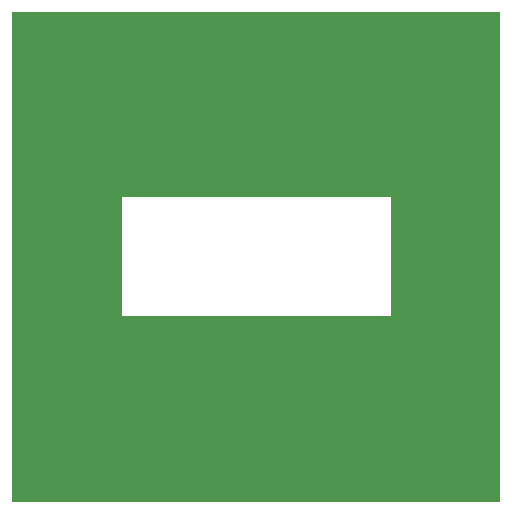
<source format=gbr>
G04 #@! TF.FileFunction,Copper,L2,Bot,Signal*
%FSLAX46Y46*%
G04 Gerber Fmt 4.6, Leading zero omitted, Abs format (unit mm)*
G04 Created by KiCad (PCBNEW 4.0.7+dfsg1-1ubuntu2) date Wed May 29 08:14:44 2019*
%MOMM*%
%LPD*%
G01*
G04 APERTURE LIST*
%ADD10C,0.100000*%
%ADD11C,7.000000*%
%ADD12C,0.600000*%
%ADD13C,0.025400*%
G04 APERTURE END LIST*
D10*
D11*
X169164000Y-101854000D03*
X169164000Y-70866000D03*
X138176000Y-70866000D03*
X138176000Y-101854000D03*
D12*
X158115000Y-101600000D03*
X158115000Y-100965000D03*
X158115000Y-100330000D03*
X158115000Y-99695000D03*
X158115000Y-99060000D03*
X158115000Y-98425000D03*
X158115000Y-97790000D03*
X158115000Y-97155000D03*
X158115000Y-96520000D03*
X158115000Y-95885000D03*
X158115000Y-95250000D03*
X158115000Y-94615000D03*
X157480000Y-102235000D03*
X156845000Y-102235000D03*
X156210000Y-102235000D03*
X155575000Y-102235000D03*
X154940000Y-102235000D03*
X154305000Y-102235000D03*
X153670000Y-102235000D03*
X153035000Y-102235000D03*
X152400000Y-102235000D03*
X151765000Y-102235000D03*
X151130000Y-102235000D03*
X150495000Y-102235000D03*
X149860000Y-102235000D03*
X149225000Y-101600000D03*
X149225000Y-100965000D03*
X149225000Y-100330000D03*
X149225000Y-99695000D03*
X149225000Y-99060000D03*
X149225000Y-98425000D03*
X149225000Y-97790000D03*
X149225000Y-97155000D03*
X149225000Y-96520000D03*
X149225000Y-95885000D03*
X149225000Y-95250000D03*
X149225000Y-94615000D03*
X140335000Y-91440000D03*
X140970000Y-91440000D03*
X141605000Y-91440000D03*
X140335000Y-90805000D03*
X140970000Y-90805000D03*
X141605000Y-90805000D03*
X140335000Y-90170000D03*
X140970000Y-90170000D03*
X141605000Y-90170000D03*
X140335000Y-89535000D03*
X140970000Y-89535000D03*
X141605000Y-89535000D03*
X140335000Y-88900000D03*
X140970000Y-88900000D03*
X141605000Y-88900000D03*
X140335000Y-88265000D03*
X140970000Y-88265000D03*
X141605000Y-88265000D03*
X140335000Y-87630000D03*
X140970000Y-87630000D03*
X141605000Y-87630000D03*
X140335000Y-86995000D03*
X140970000Y-86995000D03*
X141605000Y-86995000D03*
X140335000Y-86360000D03*
X140970000Y-86360000D03*
X141605000Y-86360000D03*
X140335000Y-85725000D03*
X140970000Y-85725000D03*
X141605000Y-85725000D03*
X140335000Y-85090000D03*
X140970000Y-85090000D03*
X141605000Y-85090000D03*
X140335000Y-84455000D03*
X140970000Y-84455000D03*
X141605000Y-84455000D03*
X140335000Y-83820000D03*
X140970000Y-83820000D03*
X141605000Y-83820000D03*
X140335000Y-83185000D03*
X140970000Y-83185000D03*
X141605000Y-83185000D03*
X140335000Y-82550000D03*
X140970000Y-82550000D03*
X141605000Y-82550000D03*
X140335000Y-81915000D03*
X140970000Y-81915000D03*
X141605000Y-81915000D03*
X140335000Y-81280000D03*
X140970000Y-81280000D03*
X141605000Y-81280000D03*
X140335000Y-80645000D03*
X140970000Y-80645000D03*
X140335000Y-80645000D03*
X140970000Y-80645000D03*
X140335000Y-80010000D03*
X140970000Y-79375000D03*
X141605000Y-79375000D03*
X142240000Y-79375000D03*
X142875000Y-79375000D03*
X143510000Y-79375000D03*
X144145000Y-79375000D03*
X144780000Y-79375000D03*
X145415000Y-79375000D03*
X146050000Y-79375000D03*
X146685000Y-79375000D03*
X147320000Y-79375000D03*
X147955000Y-79375000D03*
X148590000Y-79375000D03*
X149225000Y-79375000D03*
X149860000Y-79375000D03*
X150495000Y-79375000D03*
X151130000Y-79375000D03*
X151765000Y-79375000D03*
X152400000Y-79375000D03*
X153035000Y-79375000D03*
X153670000Y-79375000D03*
X154305000Y-79375000D03*
X154940000Y-79375000D03*
X155575000Y-79375000D03*
X156210000Y-79375000D03*
X156845000Y-79375000D03*
X157480000Y-79375000D03*
X158115000Y-79375000D03*
X158750000Y-79375000D03*
X159385000Y-79375000D03*
X160020000Y-79375000D03*
X160655000Y-79375000D03*
X161290000Y-79375000D03*
X161925000Y-79375000D03*
X162560000Y-79375000D03*
X163195000Y-79375000D03*
X163830000Y-79375000D03*
X164465000Y-79375000D03*
X165100000Y-79375000D03*
X165735000Y-79375000D03*
X141605000Y-80010000D03*
X142240000Y-80010000D03*
X142875000Y-80010000D03*
X143510000Y-80010000D03*
X144145000Y-80010000D03*
X144780000Y-80010000D03*
X145415000Y-80010000D03*
X146050000Y-80010000D03*
X146685000Y-80010000D03*
X147320000Y-80010000D03*
X147955000Y-80010000D03*
X148590000Y-80010000D03*
X149225000Y-80010000D03*
X149860000Y-80010000D03*
X150495000Y-80010000D03*
X151130000Y-80010000D03*
X151765000Y-80010000D03*
X152400000Y-80010000D03*
X153035000Y-80010000D03*
X153670000Y-80010000D03*
X154305000Y-80010000D03*
X154940000Y-80010000D03*
X155575000Y-80010000D03*
X156210000Y-80010000D03*
X156845000Y-80010000D03*
X157480000Y-80010000D03*
X158115000Y-80010000D03*
X158750000Y-80010000D03*
X159385000Y-80010000D03*
X160020000Y-80010000D03*
X160655000Y-80010000D03*
X161290000Y-80010000D03*
X161925000Y-80010000D03*
X162560000Y-80010000D03*
X163195000Y-80010000D03*
X163830000Y-80010000D03*
X164465000Y-80010000D03*
X165100000Y-80010000D03*
X165735000Y-80010000D03*
X142240000Y-80645000D03*
X142875000Y-80645000D03*
X143510000Y-80645000D03*
X144145000Y-80645000D03*
X144780000Y-80645000D03*
X145415000Y-80645000D03*
X146050000Y-80645000D03*
X146685000Y-80645000D03*
X147320000Y-80645000D03*
X147955000Y-80645000D03*
X148590000Y-80645000D03*
X149225000Y-80645000D03*
X149860000Y-80645000D03*
X150495000Y-80645000D03*
X151130000Y-80645000D03*
X151765000Y-80645000D03*
X152400000Y-80645000D03*
X153035000Y-80645000D03*
X153670000Y-80645000D03*
X154305000Y-80645000D03*
X154940000Y-80645000D03*
X155575000Y-80645000D03*
X156210000Y-80645000D03*
X156845000Y-80645000D03*
X157480000Y-80645000D03*
X158115000Y-80645000D03*
X158750000Y-80645000D03*
X159385000Y-80645000D03*
X160020000Y-80645000D03*
X160655000Y-80645000D03*
X161290000Y-80645000D03*
X161925000Y-80645000D03*
X162560000Y-80645000D03*
X163195000Y-80645000D03*
X163830000Y-80645000D03*
X164465000Y-80645000D03*
X165100000Y-80645000D03*
X167005000Y-80010000D03*
X166370000Y-79375000D03*
X167005000Y-80645000D03*
X166370000Y-80645000D03*
X167005000Y-81280000D03*
X166370000Y-81280000D03*
X165735000Y-81280000D03*
X167005000Y-81915000D03*
X166370000Y-81915000D03*
X165735000Y-81915000D03*
X167005000Y-82550000D03*
X166370000Y-82550000D03*
X165735000Y-82550000D03*
X167005000Y-83185000D03*
X166370000Y-83185000D03*
X165735000Y-83185000D03*
X167005000Y-83820000D03*
X166370000Y-83820000D03*
X165735000Y-83820000D03*
X167005000Y-84455000D03*
X166370000Y-84455000D03*
X165735000Y-84455000D03*
X167005000Y-85090000D03*
X166370000Y-85090000D03*
X165735000Y-85090000D03*
X167005000Y-85725000D03*
X166370000Y-85725000D03*
X165735000Y-85725000D03*
X167005000Y-86360000D03*
X166370000Y-86360000D03*
X165735000Y-86360000D03*
X167005000Y-86995000D03*
X166370000Y-86995000D03*
X165735000Y-86995000D03*
X167005000Y-87630000D03*
X166370000Y-87630000D03*
X165735000Y-87630000D03*
X167005000Y-88265000D03*
X166370000Y-88265000D03*
X165735000Y-88265000D03*
X167005000Y-88900000D03*
X166370000Y-88900000D03*
X165735000Y-88900000D03*
X167005000Y-89535000D03*
X166370000Y-89535000D03*
X165735000Y-89535000D03*
X167005000Y-90170000D03*
X166370000Y-90170000D03*
X165735000Y-90170000D03*
X167005000Y-90805000D03*
X166370000Y-90805000D03*
X165735000Y-90805000D03*
X167005000Y-91440000D03*
X166370000Y-91440000D03*
X165735000Y-91440000D03*
X167005000Y-92075000D03*
X166370000Y-92075000D03*
X149860000Y-93980000D03*
X150495000Y-93980000D03*
X151765000Y-93980000D03*
X157480000Y-93980000D03*
X156845000Y-93980000D03*
X154940000Y-93980000D03*
X167005000Y-92075000D03*
X166370000Y-92075000D03*
X165100000Y-92075000D03*
X164465000Y-92075000D03*
X163830000Y-92075000D03*
X163195000Y-92075000D03*
X162560000Y-92075000D03*
X161925000Y-92075000D03*
X161290000Y-92075000D03*
X160655000Y-92075000D03*
X160020000Y-92075000D03*
X159385000Y-92075000D03*
X158750000Y-92075000D03*
X158115000Y-92075000D03*
X157480000Y-92075000D03*
X156845000Y-92075000D03*
X156210000Y-92075000D03*
X155575000Y-92075000D03*
X167005000Y-92710000D03*
X165735000Y-92710000D03*
X165100000Y-92710000D03*
X164465000Y-92710000D03*
X163830000Y-92710000D03*
X163195000Y-92710000D03*
X162560000Y-92710000D03*
X161925000Y-92710000D03*
X161290000Y-92710000D03*
X160655000Y-92710000D03*
X160020000Y-92710000D03*
X159385000Y-92710000D03*
X158750000Y-92710000D03*
X158115000Y-92710000D03*
X157480000Y-92710000D03*
X156845000Y-92710000D03*
X156210000Y-92710000D03*
X154940000Y-92710000D03*
X166370000Y-93345000D03*
X165735000Y-93345000D03*
X165100000Y-93345000D03*
X164465000Y-93345000D03*
X163830000Y-93345000D03*
X163195000Y-93345000D03*
X162560000Y-93345000D03*
X161925000Y-93345000D03*
X161290000Y-93345000D03*
X160655000Y-93345000D03*
X160020000Y-93345000D03*
X159385000Y-93345000D03*
X158750000Y-93345000D03*
X158115000Y-93345000D03*
X157480000Y-93345000D03*
X156845000Y-93345000D03*
X154940000Y-93345000D03*
X140335000Y-92075000D03*
X140970000Y-92075000D03*
X142240000Y-92075000D03*
X142875000Y-92075000D03*
X143510000Y-92075000D03*
X144145000Y-92075000D03*
X144780000Y-92075000D03*
X145415000Y-92075000D03*
X146050000Y-92075000D03*
X146685000Y-92075000D03*
X147320000Y-92075000D03*
X147955000Y-92075000D03*
X148590000Y-92075000D03*
X149225000Y-92075000D03*
X149860000Y-92075000D03*
X150495000Y-92075000D03*
X151130000Y-92075000D03*
X151765000Y-92075000D03*
X140335000Y-92710000D03*
X141605000Y-92710000D03*
X142240000Y-92710000D03*
X142875000Y-92710000D03*
X143510000Y-92710000D03*
X144145000Y-92710000D03*
X144780000Y-92710000D03*
X145415000Y-92710000D03*
X146050000Y-92710000D03*
X146685000Y-92710000D03*
X147320000Y-92710000D03*
X147955000Y-92710000D03*
X148590000Y-92710000D03*
X149225000Y-92710000D03*
X149860000Y-92710000D03*
X150495000Y-92710000D03*
X151130000Y-92710000D03*
X152400000Y-92710000D03*
X140970000Y-93345000D03*
X141605000Y-93345000D03*
X142240000Y-93345000D03*
X142875000Y-93345000D03*
X143510000Y-93345000D03*
X144145000Y-93345000D03*
X144780000Y-93345000D03*
X145415000Y-93345000D03*
X146050000Y-93345000D03*
X146685000Y-93345000D03*
X147320000Y-93345000D03*
X147955000Y-93345000D03*
X148590000Y-93345000D03*
X149225000Y-93345000D03*
X149860000Y-93345000D03*
X150495000Y-93345000D03*
X151765000Y-93345000D03*
X152400000Y-93345000D03*
X152400000Y-93980000D03*
X154940000Y-101600000D03*
X154940000Y-100965000D03*
X154940000Y-100330000D03*
X152400000Y-100330000D03*
X152400000Y-100965000D03*
X152400000Y-101600000D03*
X154940000Y-95885000D03*
X154940000Y-95250000D03*
X152400000Y-95885000D03*
X152400000Y-95250000D03*
X158115000Y-102235000D03*
X149225000Y-102235000D03*
X140970000Y-80010000D03*
X140335000Y-79375000D03*
X141605000Y-80645000D03*
X167005000Y-79375000D03*
X166370000Y-80010000D03*
X165735000Y-80645000D03*
X149225000Y-93980000D03*
X151130000Y-93980000D03*
X158115000Y-93980000D03*
X156210000Y-93980000D03*
X155575000Y-93980000D03*
X154940000Y-94615000D03*
X165735000Y-92075000D03*
X154940000Y-92075000D03*
X166370000Y-92710000D03*
X155575000Y-92710000D03*
X167005000Y-93345000D03*
X156210000Y-93345000D03*
X155575000Y-93345000D03*
X141605000Y-92075000D03*
X152400000Y-92075000D03*
X140970000Y-92710000D03*
X151765000Y-92710000D03*
X140335000Y-93345000D03*
X151130000Y-93345000D03*
X152400000Y-94615000D03*
D13*
X174280760Y-65749240D02*
X133059240Y-65749240D01*
X174280760Y-65800040D02*
X133059240Y-65800040D01*
X174280760Y-65850840D02*
X133059240Y-65850840D01*
X174280760Y-65901640D02*
X133059240Y-65901640D01*
X174280760Y-65952440D02*
X133059240Y-65952440D01*
X174280760Y-66003240D02*
X133059240Y-66003240D01*
X174280760Y-66054040D02*
X133059240Y-66054040D01*
X174280760Y-66104840D02*
X133059240Y-66104840D01*
X174280760Y-66155640D02*
X133059240Y-66155640D01*
X174280760Y-66206440D02*
X133059240Y-66206440D01*
X174280760Y-66257240D02*
X133059240Y-66257240D01*
X174280760Y-66308040D02*
X133059240Y-66308040D01*
X174280760Y-66358840D02*
X133059240Y-66358840D01*
X174280760Y-66409640D02*
X133059240Y-66409640D01*
X174280760Y-66460440D02*
X133059240Y-66460440D01*
X174280760Y-66511240D02*
X133059240Y-66511240D01*
X174280760Y-66562040D02*
X133059240Y-66562040D01*
X174280760Y-66612840D02*
X133059240Y-66612840D01*
X174280760Y-66663640D02*
X133059240Y-66663640D01*
X174280760Y-66714440D02*
X133059240Y-66714440D01*
X174280760Y-66765240D02*
X133059240Y-66765240D01*
X174280760Y-66816040D02*
X133059240Y-66816040D01*
X174280760Y-66866840D02*
X133059240Y-66866840D01*
X174280760Y-66917640D02*
X133059240Y-66917640D01*
X174280760Y-66968440D02*
X133059240Y-66968440D01*
X174280760Y-67019240D02*
X133059240Y-67019240D01*
X174280760Y-67070040D02*
X133059240Y-67070040D01*
X174280760Y-67120840D02*
X133059240Y-67120840D01*
X174280760Y-67171640D02*
X133059240Y-67171640D01*
X174280760Y-67222440D02*
X133059240Y-67222440D01*
X174280760Y-67273240D02*
X133059240Y-67273240D01*
X174280760Y-67324040D02*
X133059240Y-67324040D01*
X174280760Y-67374840D02*
X133059240Y-67374840D01*
X174280760Y-67425640D02*
X133059240Y-67425640D01*
X174280760Y-67476440D02*
X133059240Y-67476440D01*
X174280760Y-67527240D02*
X133059240Y-67527240D01*
X174280760Y-67578040D02*
X133059240Y-67578040D01*
X174280760Y-67628840D02*
X133059240Y-67628840D01*
X174280760Y-67679640D02*
X133059240Y-67679640D01*
X174280760Y-67730440D02*
X133059240Y-67730440D01*
X174280760Y-67781240D02*
X133059240Y-67781240D01*
X174280760Y-67832040D02*
X133059240Y-67832040D01*
X174280760Y-67882840D02*
X133059240Y-67882840D01*
X174280760Y-67933640D02*
X133059240Y-67933640D01*
X174280760Y-67984440D02*
X133059240Y-67984440D01*
X174280760Y-68035240D02*
X133059240Y-68035240D01*
X174280760Y-68086040D02*
X133059240Y-68086040D01*
X174280760Y-68136840D02*
X133059240Y-68136840D01*
X174280760Y-68187640D02*
X133059240Y-68187640D01*
X174280760Y-68238440D02*
X133059240Y-68238440D01*
X174280760Y-68289240D02*
X133059240Y-68289240D01*
X174280760Y-68340040D02*
X133059240Y-68340040D01*
X174280760Y-68390840D02*
X133059240Y-68390840D01*
X174280760Y-68441640D02*
X133059240Y-68441640D01*
X174280760Y-68492440D02*
X133059240Y-68492440D01*
X174280760Y-68543240D02*
X133059240Y-68543240D01*
X174280760Y-68594040D02*
X133059240Y-68594040D01*
X174280760Y-68644840D02*
X133059240Y-68644840D01*
X174280760Y-68695640D02*
X133059240Y-68695640D01*
X174280760Y-68746440D02*
X133059240Y-68746440D01*
X174280760Y-68797240D02*
X133059240Y-68797240D01*
X174280760Y-68848040D02*
X133059240Y-68848040D01*
X174280760Y-68898840D02*
X133059240Y-68898840D01*
X174280760Y-68949640D02*
X133059240Y-68949640D01*
X174280760Y-69000440D02*
X133059240Y-69000440D01*
X174280760Y-69051240D02*
X133059240Y-69051240D01*
X174280760Y-69102040D02*
X133059240Y-69102040D01*
X174280760Y-69152840D02*
X133059240Y-69152840D01*
X174280760Y-69203640D02*
X133059240Y-69203640D01*
X174280760Y-69254440D02*
X133059240Y-69254440D01*
X174280760Y-69305240D02*
X133059240Y-69305240D01*
X174280760Y-69356040D02*
X133059240Y-69356040D01*
X174280760Y-69406840D02*
X133059240Y-69406840D01*
X174280760Y-69457640D02*
X133059240Y-69457640D01*
X174280760Y-69508440D02*
X133059240Y-69508440D01*
X174280760Y-69559240D02*
X133059240Y-69559240D01*
X174280760Y-69610040D02*
X133059240Y-69610040D01*
X174280760Y-69660840D02*
X133059240Y-69660840D01*
X174280760Y-69711640D02*
X133059240Y-69711640D01*
X174280760Y-69762440D02*
X133059240Y-69762440D01*
X174280760Y-69813240D02*
X133059240Y-69813240D01*
X174280760Y-69864040D02*
X133059240Y-69864040D01*
X174280760Y-69914840D02*
X133059240Y-69914840D01*
X174280760Y-69965640D02*
X133059240Y-69965640D01*
X174280760Y-70016440D02*
X133059240Y-70016440D01*
X174280760Y-70067240D02*
X133059240Y-70067240D01*
X174280760Y-70118040D02*
X133059240Y-70118040D01*
X174280760Y-70168840D02*
X133059240Y-70168840D01*
X174280760Y-70219640D02*
X133059240Y-70219640D01*
X174280760Y-70270440D02*
X133059240Y-70270440D01*
X174280760Y-70321240D02*
X133059240Y-70321240D01*
X174280760Y-70372040D02*
X133059240Y-70372040D01*
X174280760Y-70422840D02*
X133059240Y-70422840D01*
X174280760Y-70473640D02*
X133059240Y-70473640D01*
X174280760Y-70524440D02*
X133059240Y-70524440D01*
X174280760Y-70575240D02*
X133059240Y-70575240D01*
X174280760Y-70626040D02*
X133059240Y-70626040D01*
X174280760Y-70676840D02*
X133059240Y-70676840D01*
X174280760Y-70727640D02*
X133059240Y-70727640D01*
X174280760Y-70778440D02*
X133059240Y-70778440D01*
X174280760Y-70829240D02*
X133059240Y-70829240D01*
X174280760Y-70880040D02*
X133059240Y-70880040D01*
X174280760Y-70930840D02*
X133059240Y-70930840D01*
X174280760Y-70981640D02*
X133059240Y-70981640D01*
X174280760Y-71032440D02*
X133059240Y-71032440D01*
X174280760Y-71083240D02*
X133059240Y-71083240D01*
X174280760Y-71134040D02*
X133059240Y-71134040D01*
X174280760Y-71184840D02*
X133059240Y-71184840D01*
X174280760Y-71235640D02*
X133059240Y-71235640D01*
X174280760Y-71286440D02*
X133059240Y-71286440D01*
X174280760Y-71337240D02*
X133059240Y-71337240D01*
X174280760Y-71388040D02*
X133059240Y-71388040D01*
X174280760Y-71438840D02*
X133059240Y-71438840D01*
X174280760Y-71489640D02*
X133059240Y-71489640D01*
X174280760Y-71540440D02*
X133059240Y-71540440D01*
X174280760Y-71591240D02*
X133059240Y-71591240D01*
X174280760Y-71642040D02*
X133059240Y-71642040D01*
X174280760Y-71692840D02*
X133059240Y-71692840D01*
X174280760Y-71743640D02*
X133059240Y-71743640D01*
X174280760Y-71794440D02*
X133059240Y-71794440D01*
X174280760Y-71845240D02*
X133059240Y-71845240D01*
X174280760Y-71896040D02*
X133059240Y-71896040D01*
X174280760Y-71946840D02*
X133059240Y-71946840D01*
X174280760Y-71997640D02*
X133059240Y-71997640D01*
X174280760Y-72048440D02*
X133059240Y-72048440D01*
X174280760Y-72099240D02*
X133059240Y-72099240D01*
X174280760Y-72150040D02*
X133059240Y-72150040D01*
X174280760Y-72200840D02*
X133059240Y-72200840D01*
X174280760Y-72251640D02*
X133059240Y-72251640D01*
X174280760Y-72302440D02*
X133059240Y-72302440D01*
X174280760Y-72353240D02*
X133059240Y-72353240D01*
X174280760Y-72404040D02*
X133059240Y-72404040D01*
X174280760Y-72454840D02*
X133059240Y-72454840D01*
X174280760Y-72505640D02*
X133059240Y-72505640D01*
X174280760Y-72556440D02*
X133059240Y-72556440D01*
X174280760Y-72607240D02*
X133059240Y-72607240D01*
X174280760Y-72658040D02*
X133059240Y-72658040D01*
X174280760Y-72708840D02*
X133059240Y-72708840D01*
X174280760Y-72759640D02*
X133059240Y-72759640D01*
X174280760Y-72810440D02*
X133059240Y-72810440D01*
X174280760Y-72861240D02*
X133059240Y-72861240D01*
X174280760Y-72912040D02*
X133059240Y-72912040D01*
X174280760Y-72962840D02*
X133059240Y-72962840D01*
X174280760Y-73013640D02*
X133059240Y-73013640D01*
X174280760Y-73064440D02*
X133059240Y-73064440D01*
X174280760Y-73115240D02*
X133059240Y-73115240D01*
X174280760Y-73166040D02*
X133059240Y-73166040D01*
X174280760Y-73216840D02*
X133059240Y-73216840D01*
X174280760Y-73267640D02*
X133059240Y-73267640D01*
X174280760Y-73318440D02*
X133059240Y-73318440D01*
X174280760Y-73369240D02*
X133059240Y-73369240D01*
X174280760Y-73420040D02*
X133059240Y-73420040D01*
X174280760Y-73470840D02*
X133059240Y-73470840D01*
X174280760Y-73521640D02*
X133059240Y-73521640D01*
X174280760Y-73572440D02*
X133059240Y-73572440D01*
X174280760Y-73623240D02*
X133059240Y-73623240D01*
X174280760Y-73674040D02*
X133059240Y-73674040D01*
X174280760Y-73724840D02*
X133059240Y-73724840D01*
X174280760Y-73775640D02*
X133059240Y-73775640D01*
X174280760Y-73826440D02*
X133059240Y-73826440D01*
X174280760Y-73877240D02*
X133059240Y-73877240D01*
X174280760Y-73928040D02*
X133059240Y-73928040D01*
X174280760Y-73978840D02*
X133059240Y-73978840D01*
X174280760Y-74029640D02*
X133059240Y-74029640D01*
X174280760Y-74080440D02*
X133059240Y-74080440D01*
X174280760Y-74131240D02*
X133059240Y-74131240D01*
X174280760Y-74182040D02*
X133059240Y-74182040D01*
X174280760Y-74232840D02*
X133059240Y-74232840D01*
X174280760Y-74283640D02*
X133059240Y-74283640D01*
X174280760Y-74334440D02*
X133059240Y-74334440D01*
X174280760Y-74385240D02*
X133059240Y-74385240D01*
X174280760Y-74436040D02*
X133059240Y-74436040D01*
X174280760Y-74486840D02*
X133059240Y-74486840D01*
X174280760Y-74537640D02*
X133059240Y-74537640D01*
X174280760Y-74588440D02*
X133059240Y-74588440D01*
X174280760Y-74639240D02*
X133059240Y-74639240D01*
X174280760Y-74690040D02*
X133059240Y-74690040D01*
X174280760Y-74740840D02*
X133059240Y-74740840D01*
X174280760Y-74791640D02*
X133059240Y-74791640D01*
X174280760Y-74842440D02*
X133059240Y-74842440D01*
X174280760Y-74893240D02*
X133059240Y-74893240D01*
X174280760Y-74944040D02*
X133059240Y-74944040D01*
X174280760Y-74994840D02*
X133059240Y-74994840D01*
X174280760Y-75045640D02*
X133059240Y-75045640D01*
X174280760Y-75096440D02*
X133059240Y-75096440D01*
X174280760Y-75147240D02*
X133059240Y-75147240D01*
X174280760Y-75198040D02*
X133059240Y-75198040D01*
X174280760Y-75248840D02*
X133059240Y-75248840D01*
X174280760Y-75299640D02*
X133059240Y-75299640D01*
X174280760Y-75350440D02*
X133059240Y-75350440D01*
X174280760Y-75401240D02*
X133059240Y-75401240D01*
X174280760Y-75452040D02*
X133059240Y-75452040D01*
X174280760Y-75502840D02*
X133059240Y-75502840D01*
X174280760Y-75553640D02*
X133059240Y-75553640D01*
X174280760Y-75604440D02*
X133059240Y-75604440D01*
X174280760Y-75655240D02*
X133059240Y-75655240D01*
X174280760Y-75706040D02*
X133059240Y-75706040D01*
X174280760Y-75756840D02*
X133059240Y-75756840D01*
X174280760Y-75807640D02*
X133059240Y-75807640D01*
X174280760Y-75858440D02*
X133059240Y-75858440D01*
X174280760Y-75909240D02*
X133059240Y-75909240D01*
X174280760Y-75960040D02*
X133059240Y-75960040D01*
X174280760Y-76010840D02*
X133059240Y-76010840D01*
X174280760Y-76061640D02*
X133059240Y-76061640D01*
X174280760Y-76112440D02*
X133059240Y-76112440D01*
X174280760Y-76163240D02*
X133059240Y-76163240D01*
X174280760Y-76214040D02*
X133059240Y-76214040D01*
X174280760Y-76264840D02*
X133059240Y-76264840D01*
X174280760Y-76315640D02*
X133059240Y-76315640D01*
X174280760Y-76366440D02*
X133059240Y-76366440D01*
X174280760Y-76417240D02*
X133059240Y-76417240D01*
X174280760Y-76468040D02*
X133059240Y-76468040D01*
X174280760Y-76518840D02*
X133059240Y-76518840D01*
X174280760Y-76569640D02*
X133059240Y-76569640D01*
X174280760Y-76620440D02*
X133059240Y-76620440D01*
X174280760Y-76671240D02*
X133059240Y-76671240D01*
X174280760Y-76722040D02*
X133059240Y-76722040D01*
X174280760Y-76772840D02*
X133059240Y-76772840D01*
X174280760Y-76823640D02*
X133059240Y-76823640D01*
X174280760Y-76874440D02*
X133059240Y-76874440D01*
X174280760Y-76925240D02*
X133059240Y-76925240D01*
X174280760Y-76976040D02*
X133059240Y-76976040D01*
X174280760Y-77026840D02*
X133059240Y-77026840D01*
X174280760Y-77077640D02*
X133059240Y-77077640D01*
X174280760Y-77128440D02*
X133059240Y-77128440D01*
X174280760Y-77179240D02*
X133059240Y-77179240D01*
X174280760Y-77230040D02*
X133059240Y-77230040D01*
X174280760Y-77280840D02*
X133059240Y-77280840D01*
X174280760Y-77331640D02*
X133059240Y-77331640D01*
X174280760Y-77382440D02*
X133059240Y-77382440D01*
X174280760Y-77433240D02*
X133059240Y-77433240D01*
X174280760Y-77484040D02*
X133059240Y-77484040D01*
X174280760Y-77534840D02*
X133059240Y-77534840D01*
X174280760Y-77585640D02*
X133059240Y-77585640D01*
X174280760Y-77636440D02*
X133059240Y-77636440D01*
X174280760Y-77687240D02*
X133059240Y-77687240D01*
X174280760Y-77738040D02*
X133059240Y-77738040D01*
X174280760Y-77788840D02*
X133059240Y-77788840D01*
X174280760Y-77839640D02*
X133059240Y-77839640D01*
X174280760Y-77890440D02*
X133059240Y-77890440D01*
X174280760Y-77941240D02*
X133059240Y-77941240D01*
X174280760Y-77992040D02*
X133059240Y-77992040D01*
X174280760Y-78042840D02*
X133059240Y-78042840D01*
X174280760Y-78093640D02*
X133059240Y-78093640D01*
X174280760Y-78144440D02*
X133059240Y-78144440D01*
X174280760Y-78195240D02*
X133059240Y-78195240D01*
X174280760Y-78246040D02*
X133059240Y-78246040D01*
X174280760Y-78296840D02*
X133059240Y-78296840D01*
X174280760Y-78347640D02*
X133059240Y-78347640D01*
X174280760Y-78398440D02*
X133059240Y-78398440D01*
X174280760Y-78449240D02*
X133059240Y-78449240D01*
X174280760Y-78500040D02*
X133059240Y-78500040D01*
X174280760Y-78550840D02*
X133059240Y-78550840D01*
X174280760Y-78601640D02*
X133059240Y-78601640D01*
X174280760Y-78652440D02*
X133059240Y-78652440D01*
X174280760Y-78703240D02*
X133059240Y-78703240D01*
X174280760Y-78754040D02*
X133059240Y-78754040D01*
X174280760Y-78804840D02*
X133059240Y-78804840D01*
X174280760Y-78855640D02*
X133059240Y-78855640D01*
X174280760Y-78906440D02*
X133059240Y-78906440D01*
X174280760Y-78957240D02*
X133059240Y-78957240D01*
X174280760Y-79008040D02*
X133059240Y-79008040D01*
X174280760Y-79058840D02*
X133059240Y-79058840D01*
X174280760Y-79109640D02*
X133059240Y-79109640D01*
X174280760Y-79160440D02*
X133059240Y-79160440D01*
X174280760Y-79211240D02*
X133059240Y-79211240D01*
X174280760Y-79262040D02*
X133059240Y-79262040D01*
X174280760Y-79312840D02*
X133059240Y-79312840D01*
X174280760Y-79363640D02*
X133059240Y-79363640D01*
X174280760Y-79414440D02*
X133059240Y-79414440D01*
X174280760Y-79465240D02*
X133059240Y-79465240D01*
X174280760Y-79516040D02*
X133059240Y-79516040D01*
X174280760Y-79566840D02*
X133059240Y-79566840D01*
X174280760Y-79617640D02*
X133059240Y-79617640D01*
X174280760Y-79668440D02*
X133059240Y-79668440D01*
X174280760Y-79719240D02*
X133059240Y-79719240D01*
X174280760Y-79770040D02*
X133059240Y-79770040D01*
X174280760Y-79820840D02*
X133059240Y-79820840D01*
X174280760Y-79871640D02*
X133059240Y-79871640D01*
X174280760Y-79922440D02*
X133059240Y-79922440D01*
X174280760Y-79973240D02*
X133059240Y-79973240D01*
X174280760Y-80024040D02*
X133059240Y-80024040D01*
X174280760Y-80074840D02*
X133059240Y-80074840D01*
X174280760Y-80125640D02*
X133059240Y-80125640D01*
X174280760Y-80176440D02*
X133059240Y-80176440D01*
X174280760Y-80227240D02*
X133059240Y-80227240D01*
X174280760Y-80278040D02*
X133059240Y-80278040D01*
X174280760Y-80328840D02*
X133059240Y-80328840D01*
X174280760Y-80379640D02*
X133059240Y-80379640D01*
X174280760Y-80430440D02*
X133059240Y-80430440D01*
X174280760Y-80481240D02*
X133059240Y-80481240D01*
X174280760Y-80532040D02*
X133059240Y-80532040D01*
X174280760Y-80582840D02*
X133059240Y-80582840D01*
X174280760Y-80633640D02*
X133059240Y-80633640D01*
X174280760Y-80684440D02*
X133059240Y-80684440D01*
X174280760Y-80735240D02*
X133059240Y-80735240D01*
X174280760Y-80786040D02*
X133059240Y-80786040D01*
X174280760Y-80836840D02*
X133059240Y-80836840D01*
X174280760Y-80887640D02*
X133059240Y-80887640D01*
X174280760Y-80938440D02*
X133059240Y-80938440D01*
X174280760Y-80989240D02*
X133059240Y-80989240D01*
X174280760Y-81040040D02*
X133059240Y-81040040D01*
X174280760Y-81090840D02*
X133059240Y-81090840D01*
X174280760Y-81141640D02*
X133059240Y-81141640D01*
X174280760Y-81192440D02*
X133059240Y-81192440D01*
X174280760Y-81243240D02*
X133059240Y-81243240D01*
X142227300Y-81294040D02*
X133059240Y-81294040D01*
X174280760Y-81294040D02*
X165112700Y-81294040D01*
X142227300Y-81344840D02*
X133059240Y-81344840D01*
X174280760Y-81344840D02*
X165112700Y-81344840D01*
X142227300Y-81395640D02*
X133059240Y-81395640D01*
X174280760Y-81395640D02*
X165112700Y-81395640D01*
X142227300Y-81446440D02*
X133059240Y-81446440D01*
X174280760Y-81446440D02*
X165112700Y-81446440D01*
X142227300Y-81497240D02*
X133059240Y-81497240D01*
X174280760Y-81497240D02*
X165112700Y-81497240D01*
X142227300Y-81548040D02*
X133059240Y-81548040D01*
X174280760Y-81548040D02*
X165112700Y-81548040D01*
X142227300Y-81598840D02*
X133059240Y-81598840D01*
X174280760Y-81598840D02*
X165112700Y-81598840D01*
X142227300Y-81649640D02*
X133059240Y-81649640D01*
X174280760Y-81649640D02*
X165112700Y-81649640D01*
X142227300Y-81700440D02*
X133059240Y-81700440D01*
X174280760Y-81700440D02*
X165112700Y-81700440D01*
X142227300Y-81751240D02*
X133059240Y-81751240D01*
X174280760Y-81751240D02*
X165112700Y-81751240D01*
X142227300Y-81802040D02*
X133059240Y-81802040D01*
X174280760Y-81802040D02*
X165112700Y-81802040D01*
X142227300Y-81852840D02*
X133059240Y-81852840D01*
X174280760Y-81852840D02*
X165112700Y-81852840D01*
X142227300Y-81903640D02*
X133059240Y-81903640D01*
X174280760Y-81903640D02*
X165112700Y-81903640D01*
X142227300Y-81954440D02*
X133059240Y-81954440D01*
X174280760Y-81954440D02*
X165112700Y-81954440D01*
X142227300Y-82005240D02*
X133059240Y-82005240D01*
X174280760Y-82005240D02*
X165112700Y-82005240D01*
X142227300Y-82056040D02*
X133059240Y-82056040D01*
X174280760Y-82056040D02*
X165112700Y-82056040D01*
X142227300Y-82106840D02*
X133059240Y-82106840D01*
X174280760Y-82106840D02*
X165112700Y-82106840D01*
X142227300Y-82157640D02*
X133059240Y-82157640D01*
X174280760Y-82157640D02*
X165112700Y-82157640D01*
X142227300Y-82208440D02*
X133059240Y-82208440D01*
X174280760Y-82208440D02*
X165112700Y-82208440D01*
X142227300Y-82259240D02*
X133059240Y-82259240D01*
X174280760Y-82259240D02*
X165112700Y-82259240D01*
X142227300Y-82310040D02*
X133059240Y-82310040D01*
X174280760Y-82310040D02*
X165112700Y-82310040D01*
X142227300Y-82360840D02*
X133059240Y-82360840D01*
X174280760Y-82360840D02*
X165112700Y-82360840D01*
X142227300Y-82411640D02*
X133059240Y-82411640D01*
X174280760Y-82411640D02*
X165112700Y-82411640D01*
X142227300Y-82462440D02*
X133059240Y-82462440D01*
X174280760Y-82462440D02*
X165112700Y-82462440D01*
X142227300Y-82513240D02*
X133059240Y-82513240D01*
X174280760Y-82513240D02*
X165112700Y-82513240D01*
X142227300Y-82564040D02*
X133059240Y-82564040D01*
X174280760Y-82564040D02*
X165112700Y-82564040D01*
X142227300Y-82614840D02*
X133059240Y-82614840D01*
X174280760Y-82614840D02*
X165112700Y-82614840D01*
X142227300Y-82665640D02*
X133059240Y-82665640D01*
X174280760Y-82665640D02*
X165112700Y-82665640D01*
X142227300Y-82716440D02*
X133059240Y-82716440D01*
X174280760Y-82716440D02*
X165112700Y-82716440D01*
X142227300Y-82767240D02*
X133059240Y-82767240D01*
X174280760Y-82767240D02*
X165112700Y-82767240D01*
X142227300Y-82818040D02*
X133059240Y-82818040D01*
X174280760Y-82818040D02*
X165112700Y-82818040D01*
X142227300Y-82868840D02*
X133059240Y-82868840D01*
X174280760Y-82868840D02*
X165112700Y-82868840D01*
X142227300Y-82919640D02*
X133059240Y-82919640D01*
X174280760Y-82919640D02*
X165112700Y-82919640D01*
X142227300Y-82970440D02*
X133059240Y-82970440D01*
X174280760Y-82970440D02*
X165112700Y-82970440D01*
X142227300Y-83021240D02*
X133059240Y-83021240D01*
X174280760Y-83021240D02*
X165112700Y-83021240D01*
X142227300Y-83072040D02*
X133059240Y-83072040D01*
X174280760Y-83072040D02*
X165112700Y-83072040D01*
X142227300Y-83122840D02*
X133059240Y-83122840D01*
X174280760Y-83122840D02*
X165112700Y-83122840D01*
X142227300Y-83173640D02*
X133059240Y-83173640D01*
X174280760Y-83173640D02*
X165112700Y-83173640D01*
X142227300Y-83224440D02*
X133059240Y-83224440D01*
X174280760Y-83224440D02*
X165112700Y-83224440D01*
X142227300Y-83275240D02*
X133059240Y-83275240D01*
X174280760Y-83275240D02*
X165112700Y-83275240D01*
X142227300Y-83326040D02*
X133059240Y-83326040D01*
X174280760Y-83326040D02*
X165112700Y-83326040D01*
X142227300Y-83376840D02*
X133059240Y-83376840D01*
X174280760Y-83376840D02*
X165112700Y-83376840D01*
X142227300Y-83427640D02*
X133059240Y-83427640D01*
X174280760Y-83427640D02*
X165112700Y-83427640D01*
X142227300Y-83478440D02*
X133059240Y-83478440D01*
X174280760Y-83478440D02*
X165112700Y-83478440D01*
X142227300Y-83529240D02*
X133059240Y-83529240D01*
X174280760Y-83529240D02*
X165112700Y-83529240D01*
X142227300Y-83580040D02*
X133059240Y-83580040D01*
X174280760Y-83580040D02*
X165112700Y-83580040D01*
X142227300Y-83630840D02*
X133059240Y-83630840D01*
X174280760Y-83630840D02*
X165112700Y-83630840D01*
X142227300Y-83681640D02*
X133059240Y-83681640D01*
X174280760Y-83681640D02*
X165112700Y-83681640D01*
X142227300Y-83732440D02*
X133059240Y-83732440D01*
X174280760Y-83732440D02*
X165112700Y-83732440D01*
X142227300Y-83783240D02*
X133059240Y-83783240D01*
X174280760Y-83783240D02*
X165112700Y-83783240D01*
X142227300Y-83834040D02*
X133059240Y-83834040D01*
X174280760Y-83834040D02*
X165112700Y-83834040D01*
X142227300Y-83884840D02*
X133059240Y-83884840D01*
X174280760Y-83884840D02*
X165112700Y-83884840D01*
X142227300Y-83935640D02*
X133059240Y-83935640D01*
X174280760Y-83935640D02*
X165112700Y-83935640D01*
X142227300Y-83986440D02*
X133059240Y-83986440D01*
X174280760Y-83986440D02*
X165112700Y-83986440D01*
X142227300Y-84037240D02*
X133059240Y-84037240D01*
X174280760Y-84037240D02*
X165112700Y-84037240D01*
X142227300Y-84088040D02*
X133059240Y-84088040D01*
X174280760Y-84088040D02*
X165112700Y-84088040D01*
X142227300Y-84138840D02*
X133059240Y-84138840D01*
X174280760Y-84138840D02*
X165112700Y-84138840D01*
X142227300Y-84189640D02*
X133059240Y-84189640D01*
X174280760Y-84189640D02*
X165112700Y-84189640D01*
X142227300Y-84240440D02*
X133059240Y-84240440D01*
X174280760Y-84240440D02*
X165112700Y-84240440D01*
X142227300Y-84291240D02*
X133059240Y-84291240D01*
X174280760Y-84291240D02*
X165112700Y-84291240D01*
X142227300Y-84342040D02*
X133059240Y-84342040D01*
X174280760Y-84342040D02*
X165112700Y-84342040D01*
X142227300Y-84392840D02*
X133059240Y-84392840D01*
X174280760Y-84392840D02*
X165112700Y-84392840D01*
X142227300Y-84443640D02*
X133059240Y-84443640D01*
X174280760Y-84443640D02*
X165112700Y-84443640D01*
X142227300Y-84494440D02*
X133059240Y-84494440D01*
X174280760Y-84494440D02*
X165112700Y-84494440D01*
X142227300Y-84545240D02*
X133059240Y-84545240D01*
X174280760Y-84545240D02*
X165112700Y-84545240D01*
X142227300Y-84596040D02*
X133059240Y-84596040D01*
X174280760Y-84596040D02*
X165112700Y-84596040D01*
X142227300Y-84646840D02*
X133059240Y-84646840D01*
X174280760Y-84646840D02*
X165112700Y-84646840D01*
X142227300Y-84697640D02*
X133059240Y-84697640D01*
X174280760Y-84697640D02*
X165112700Y-84697640D01*
X142227300Y-84748440D02*
X133059240Y-84748440D01*
X174280760Y-84748440D02*
X165112700Y-84748440D01*
X142227300Y-84799240D02*
X133059240Y-84799240D01*
X174280760Y-84799240D02*
X165112700Y-84799240D01*
X142227300Y-84850040D02*
X133059240Y-84850040D01*
X174280760Y-84850040D02*
X165112700Y-84850040D01*
X142227300Y-84900840D02*
X133059240Y-84900840D01*
X174280760Y-84900840D02*
X165112700Y-84900840D01*
X142227300Y-84951640D02*
X133059240Y-84951640D01*
X174280760Y-84951640D02*
X165112700Y-84951640D01*
X142227300Y-85002440D02*
X133059240Y-85002440D01*
X174280760Y-85002440D02*
X165112700Y-85002440D01*
X142227300Y-85053240D02*
X133059240Y-85053240D01*
X174280760Y-85053240D02*
X165112700Y-85053240D01*
X142227300Y-85104040D02*
X133059240Y-85104040D01*
X174280760Y-85104040D02*
X165112700Y-85104040D01*
X142227300Y-85154840D02*
X133059240Y-85154840D01*
X174280760Y-85154840D02*
X165112700Y-85154840D01*
X142227300Y-85205640D02*
X133059240Y-85205640D01*
X174280760Y-85205640D02*
X165112700Y-85205640D01*
X142227300Y-85256440D02*
X133059240Y-85256440D01*
X174280760Y-85256440D02*
X165112700Y-85256440D01*
X142227300Y-85307240D02*
X133059240Y-85307240D01*
X174280760Y-85307240D02*
X165112700Y-85307240D01*
X142227300Y-85358040D02*
X133059240Y-85358040D01*
X174280760Y-85358040D02*
X165112700Y-85358040D01*
X142227300Y-85408840D02*
X133059240Y-85408840D01*
X174280760Y-85408840D02*
X165112700Y-85408840D01*
X142227300Y-85459640D02*
X133059240Y-85459640D01*
X174280760Y-85459640D02*
X165112700Y-85459640D01*
X142227300Y-85510440D02*
X133059240Y-85510440D01*
X174280760Y-85510440D02*
X165112700Y-85510440D01*
X142227300Y-85561240D02*
X133059240Y-85561240D01*
X174280760Y-85561240D02*
X165112700Y-85561240D01*
X142227300Y-85612040D02*
X133059240Y-85612040D01*
X174280760Y-85612040D02*
X165112700Y-85612040D01*
X142227300Y-85662840D02*
X133059240Y-85662840D01*
X174280760Y-85662840D02*
X165112700Y-85662840D01*
X142227300Y-85713640D02*
X133059240Y-85713640D01*
X174280760Y-85713640D02*
X165112700Y-85713640D01*
X142227300Y-85764440D02*
X133059240Y-85764440D01*
X174280760Y-85764440D02*
X165112700Y-85764440D01*
X142227300Y-85815240D02*
X133059240Y-85815240D01*
X174280760Y-85815240D02*
X165112700Y-85815240D01*
X142227300Y-85866040D02*
X133059240Y-85866040D01*
X174280760Y-85866040D02*
X165112700Y-85866040D01*
X142227300Y-85916840D02*
X133059240Y-85916840D01*
X174280760Y-85916840D02*
X165112700Y-85916840D01*
X142227300Y-85967640D02*
X133059240Y-85967640D01*
X174280760Y-85967640D02*
X165112700Y-85967640D01*
X142227300Y-86018440D02*
X133059240Y-86018440D01*
X174280760Y-86018440D02*
X165112700Y-86018440D01*
X142227300Y-86069240D02*
X133059240Y-86069240D01*
X174280760Y-86069240D02*
X165112700Y-86069240D01*
X142227300Y-86120040D02*
X133059240Y-86120040D01*
X174280760Y-86120040D02*
X165112700Y-86120040D01*
X142227300Y-86170840D02*
X133059240Y-86170840D01*
X174280760Y-86170840D02*
X165112700Y-86170840D01*
X142227300Y-86221640D02*
X133059240Y-86221640D01*
X174280760Y-86221640D02*
X165112700Y-86221640D01*
X142227300Y-86272440D02*
X133059240Y-86272440D01*
X174280760Y-86272440D02*
X165112700Y-86272440D01*
X142227300Y-86323240D02*
X133059240Y-86323240D01*
X174280760Y-86323240D02*
X165112700Y-86323240D01*
X142227300Y-86374040D02*
X133059240Y-86374040D01*
X174280760Y-86374040D02*
X165112700Y-86374040D01*
X142227300Y-86424840D02*
X133059240Y-86424840D01*
X174280760Y-86424840D02*
X165112700Y-86424840D01*
X142227300Y-86475640D02*
X133059240Y-86475640D01*
X174280760Y-86475640D02*
X165112700Y-86475640D01*
X142227300Y-86526440D02*
X133059240Y-86526440D01*
X174280760Y-86526440D02*
X165112700Y-86526440D01*
X142227300Y-86577240D02*
X133059240Y-86577240D01*
X174280760Y-86577240D02*
X165112700Y-86577240D01*
X142227300Y-86628040D02*
X133059240Y-86628040D01*
X174280760Y-86628040D02*
X165112700Y-86628040D01*
X142227300Y-86678840D02*
X133059240Y-86678840D01*
X174280760Y-86678840D02*
X165112700Y-86678840D01*
X142227300Y-86729640D02*
X133059240Y-86729640D01*
X174280760Y-86729640D02*
X165112700Y-86729640D01*
X142227300Y-86780440D02*
X133059240Y-86780440D01*
X174280760Y-86780440D02*
X165112700Y-86780440D01*
X142227300Y-86831240D02*
X133059240Y-86831240D01*
X174280760Y-86831240D02*
X165112700Y-86831240D01*
X142227300Y-86882040D02*
X133059240Y-86882040D01*
X174280760Y-86882040D02*
X165112700Y-86882040D01*
X142227300Y-86932840D02*
X133059240Y-86932840D01*
X174280760Y-86932840D02*
X165112700Y-86932840D01*
X142227300Y-86983640D02*
X133059240Y-86983640D01*
X174280760Y-86983640D02*
X165112700Y-86983640D01*
X142227300Y-87034440D02*
X133059240Y-87034440D01*
X174280760Y-87034440D02*
X165112700Y-87034440D01*
X142227300Y-87085240D02*
X133059240Y-87085240D01*
X174280760Y-87085240D02*
X165112700Y-87085240D01*
X142227300Y-87136040D02*
X133059240Y-87136040D01*
X174280760Y-87136040D02*
X165112700Y-87136040D01*
X142227300Y-87186840D02*
X133059240Y-87186840D01*
X174280760Y-87186840D02*
X165112700Y-87186840D01*
X142227300Y-87237640D02*
X133059240Y-87237640D01*
X174280760Y-87237640D02*
X165112700Y-87237640D01*
X142227300Y-87288440D02*
X133059240Y-87288440D01*
X174280760Y-87288440D02*
X165112700Y-87288440D01*
X142227300Y-87339240D02*
X133059240Y-87339240D01*
X174280760Y-87339240D02*
X165112700Y-87339240D01*
X142227300Y-87390040D02*
X133059240Y-87390040D01*
X174280760Y-87390040D02*
X165112700Y-87390040D01*
X142227300Y-87440840D02*
X133059240Y-87440840D01*
X174280760Y-87440840D02*
X165112700Y-87440840D01*
X142227300Y-87491640D02*
X133059240Y-87491640D01*
X174280760Y-87491640D02*
X165112700Y-87491640D01*
X142227300Y-87542440D02*
X133059240Y-87542440D01*
X174280760Y-87542440D02*
X165112700Y-87542440D01*
X142227300Y-87593240D02*
X133059240Y-87593240D01*
X174280760Y-87593240D02*
X165112700Y-87593240D01*
X142227300Y-87644040D02*
X133059240Y-87644040D01*
X174280760Y-87644040D02*
X165112700Y-87644040D01*
X142227300Y-87694840D02*
X133059240Y-87694840D01*
X174280760Y-87694840D02*
X165112700Y-87694840D01*
X142227300Y-87745640D02*
X133059240Y-87745640D01*
X174280760Y-87745640D02*
X165112700Y-87745640D01*
X142227300Y-87796440D02*
X133059240Y-87796440D01*
X174280760Y-87796440D02*
X165112700Y-87796440D01*
X142227300Y-87847240D02*
X133059240Y-87847240D01*
X174280760Y-87847240D02*
X165112700Y-87847240D01*
X142227300Y-87898040D02*
X133059240Y-87898040D01*
X174280760Y-87898040D02*
X165112700Y-87898040D01*
X142227300Y-87948840D02*
X133059240Y-87948840D01*
X174280760Y-87948840D02*
X165112700Y-87948840D01*
X142227300Y-87999640D02*
X133059240Y-87999640D01*
X174280760Y-87999640D02*
X165112700Y-87999640D01*
X142227300Y-88050440D02*
X133059240Y-88050440D01*
X174280760Y-88050440D02*
X165112700Y-88050440D01*
X142227300Y-88101240D02*
X133059240Y-88101240D01*
X174280760Y-88101240D02*
X165112700Y-88101240D01*
X142227300Y-88152040D02*
X133059240Y-88152040D01*
X174280760Y-88152040D02*
X165112700Y-88152040D01*
X142227300Y-88202840D02*
X133059240Y-88202840D01*
X174280760Y-88202840D02*
X165112700Y-88202840D01*
X142227300Y-88253640D02*
X133059240Y-88253640D01*
X174280760Y-88253640D02*
X165112700Y-88253640D01*
X142227300Y-88304440D02*
X133059240Y-88304440D01*
X174280760Y-88304440D02*
X165112700Y-88304440D01*
X142227300Y-88355240D02*
X133059240Y-88355240D01*
X174280760Y-88355240D02*
X165112700Y-88355240D01*
X142227300Y-88406040D02*
X133059240Y-88406040D01*
X174280760Y-88406040D02*
X165112700Y-88406040D01*
X142227300Y-88456840D02*
X133059240Y-88456840D01*
X174280760Y-88456840D02*
X165112700Y-88456840D01*
X142227300Y-88507640D02*
X133059240Y-88507640D01*
X174280760Y-88507640D02*
X165112700Y-88507640D01*
X142227300Y-88558440D02*
X133059240Y-88558440D01*
X174280760Y-88558440D02*
X165112700Y-88558440D01*
X142227300Y-88609240D02*
X133059240Y-88609240D01*
X174280760Y-88609240D02*
X165112700Y-88609240D01*
X142227300Y-88660040D02*
X133059240Y-88660040D01*
X174280760Y-88660040D02*
X165112700Y-88660040D01*
X142227300Y-88710840D02*
X133059240Y-88710840D01*
X174280760Y-88710840D02*
X165112700Y-88710840D01*
X142227300Y-88761640D02*
X133059240Y-88761640D01*
X174280760Y-88761640D02*
X165112700Y-88761640D01*
X142227300Y-88812440D02*
X133059240Y-88812440D01*
X174280760Y-88812440D02*
X165112700Y-88812440D01*
X142227300Y-88863240D02*
X133059240Y-88863240D01*
X174280760Y-88863240D02*
X165112700Y-88863240D01*
X142227300Y-88914040D02*
X133059240Y-88914040D01*
X174280760Y-88914040D02*
X165112700Y-88914040D01*
X142227300Y-88964840D02*
X133059240Y-88964840D01*
X174280760Y-88964840D02*
X165112700Y-88964840D01*
X142227300Y-89015640D02*
X133059240Y-89015640D01*
X174280760Y-89015640D02*
X165112700Y-89015640D01*
X142227300Y-89066440D02*
X133059240Y-89066440D01*
X174280760Y-89066440D02*
X165112700Y-89066440D01*
X142227300Y-89117240D02*
X133059240Y-89117240D01*
X174280760Y-89117240D02*
X165112700Y-89117240D01*
X142227300Y-89168040D02*
X133059240Y-89168040D01*
X174280760Y-89168040D02*
X165112700Y-89168040D01*
X142227300Y-89218840D02*
X133059240Y-89218840D01*
X174280760Y-89218840D02*
X165112700Y-89218840D01*
X142227300Y-89269640D02*
X133059240Y-89269640D01*
X174280760Y-89269640D02*
X165112700Y-89269640D01*
X142227300Y-89320440D02*
X133059240Y-89320440D01*
X174280760Y-89320440D02*
X165112700Y-89320440D01*
X142227300Y-89371240D02*
X133059240Y-89371240D01*
X174280760Y-89371240D02*
X165112700Y-89371240D01*
X142227300Y-89422040D02*
X133059240Y-89422040D01*
X174280760Y-89422040D02*
X165112700Y-89422040D01*
X142227300Y-89472840D02*
X133059240Y-89472840D01*
X174280760Y-89472840D02*
X165112700Y-89472840D01*
X142227300Y-89523640D02*
X133059240Y-89523640D01*
X174280760Y-89523640D02*
X165112700Y-89523640D01*
X142227300Y-89574440D02*
X133059240Y-89574440D01*
X174280760Y-89574440D02*
X165112700Y-89574440D01*
X142227300Y-89625240D02*
X133059240Y-89625240D01*
X174280760Y-89625240D02*
X165112700Y-89625240D01*
X142227300Y-89676040D02*
X133059240Y-89676040D01*
X174280760Y-89676040D02*
X165112700Y-89676040D01*
X142227300Y-89726840D02*
X133059240Y-89726840D01*
X174280760Y-89726840D02*
X165112700Y-89726840D01*
X142227300Y-89777640D02*
X133059240Y-89777640D01*
X174280760Y-89777640D02*
X165112700Y-89777640D01*
X142227300Y-89828440D02*
X133059240Y-89828440D01*
X174280760Y-89828440D02*
X165112700Y-89828440D01*
X142227300Y-89879240D02*
X133059240Y-89879240D01*
X174280760Y-89879240D02*
X165112700Y-89879240D01*
X142227300Y-89930040D02*
X133059240Y-89930040D01*
X174280760Y-89930040D02*
X165112700Y-89930040D01*
X142227300Y-89980840D02*
X133059240Y-89980840D01*
X174280760Y-89980840D02*
X165112700Y-89980840D01*
X142227300Y-90031640D02*
X133059240Y-90031640D01*
X174280760Y-90031640D02*
X165112700Y-90031640D01*
X142227300Y-90082440D02*
X133059240Y-90082440D01*
X174280760Y-90082440D02*
X165112700Y-90082440D01*
X142227300Y-90133240D02*
X133059240Y-90133240D01*
X174280760Y-90133240D02*
X165112700Y-90133240D01*
X142227300Y-90184040D02*
X133059240Y-90184040D01*
X174280760Y-90184040D02*
X165112700Y-90184040D01*
X142227300Y-90234840D02*
X133059240Y-90234840D01*
X174280760Y-90234840D02*
X165112700Y-90234840D01*
X142227300Y-90285640D02*
X133059240Y-90285640D01*
X174280760Y-90285640D02*
X165112700Y-90285640D01*
X142227300Y-90336440D02*
X133059240Y-90336440D01*
X174280760Y-90336440D02*
X165112700Y-90336440D01*
X142227300Y-90387240D02*
X133059240Y-90387240D01*
X174280760Y-90387240D02*
X165112700Y-90387240D01*
X142227300Y-90438040D02*
X133059240Y-90438040D01*
X174280760Y-90438040D02*
X165112700Y-90438040D01*
X142227300Y-90488840D02*
X133059240Y-90488840D01*
X174280760Y-90488840D02*
X165112700Y-90488840D01*
X142227300Y-90539640D02*
X133059240Y-90539640D01*
X174280760Y-90539640D02*
X165112700Y-90539640D01*
X142227300Y-90590440D02*
X133059240Y-90590440D01*
X174280760Y-90590440D02*
X165112700Y-90590440D01*
X142227300Y-90641240D02*
X133059240Y-90641240D01*
X174280760Y-90641240D02*
X165112700Y-90641240D01*
X142227300Y-90692040D02*
X133059240Y-90692040D01*
X174280760Y-90692040D02*
X165112700Y-90692040D01*
X142227300Y-90742840D02*
X133059240Y-90742840D01*
X174280760Y-90742840D02*
X165112700Y-90742840D01*
X142227300Y-90793640D02*
X133059240Y-90793640D01*
X174280760Y-90793640D02*
X165112700Y-90793640D01*
X142227300Y-90844440D02*
X133059240Y-90844440D01*
X174280760Y-90844440D02*
X165112700Y-90844440D01*
X142227300Y-90895240D02*
X133059240Y-90895240D01*
X174280760Y-90895240D02*
X165112700Y-90895240D01*
X142227300Y-90946040D02*
X133059240Y-90946040D01*
X174280760Y-90946040D02*
X165112700Y-90946040D01*
X142227300Y-90996840D02*
X133059240Y-90996840D01*
X174280760Y-90996840D02*
X165112700Y-90996840D01*
X142227300Y-91047640D02*
X133059240Y-91047640D01*
X174280760Y-91047640D02*
X165112700Y-91047640D01*
X142227300Y-91098440D02*
X133059240Y-91098440D01*
X174280760Y-91098440D02*
X165112700Y-91098440D01*
X142227300Y-91149240D02*
X133059240Y-91149240D01*
X174280760Y-91149240D02*
X165112700Y-91149240D01*
X142227300Y-91200040D02*
X133059240Y-91200040D01*
X174280760Y-91200040D02*
X165112700Y-91200040D01*
X142227300Y-91250840D02*
X133059240Y-91250840D01*
X174280760Y-91250840D02*
X165112700Y-91250840D01*
X142227300Y-91301640D02*
X133059240Y-91301640D01*
X174280760Y-91301640D02*
X165112700Y-91301640D01*
X142227300Y-91352440D02*
X133059240Y-91352440D01*
X174280760Y-91352440D02*
X165112700Y-91352440D01*
X142227300Y-91403240D02*
X133059240Y-91403240D01*
X174280760Y-91403240D02*
X165112700Y-91403240D01*
X174280760Y-91454040D02*
X133059240Y-91454040D01*
X174280760Y-91504840D02*
X133059240Y-91504840D01*
X174280760Y-91555640D02*
X133059240Y-91555640D01*
X174280760Y-91606440D02*
X133059240Y-91606440D01*
X174280760Y-91657240D02*
X133059240Y-91657240D01*
X174280760Y-91708040D02*
X133059240Y-91708040D01*
X174280760Y-91758840D02*
X133059240Y-91758840D01*
X174280760Y-91809640D02*
X133059240Y-91809640D01*
X174280760Y-91860440D02*
X133059240Y-91860440D01*
X174280760Y-91911240D02*
X133059240Y-91911240D01*
X174280760Y-91962040D02*
X133059240Y-91962040D01*
X174280760Y-92012840D02*
X133059240Y-92012840D01*
X174280760Y-92063640D02*
X133059240Y-92063640D01*
X174280760Y-92114440D02*
X133059240Y-92114440D01*
X174280760Y-92165240D02*
X133059240Y-92165240D01*
X174280760Y-92216040D02*
X133059240Y-92216040D01*
X174280760Y-92266840D02*
X133059240Y-92266840D01*
X174280760Y-92317640D02*
X133059240Y-92317640D01*
X174280760Y-92368440D02*
X133059240Y-92368440D01*
X174280760Y-92419240D02*
X133059240Y-92419240D01*
X174280760Y-92470040D02*
X133059240Y-92470040D01*
X174280760Y-92520840D02*
X133059240Y-92520840D01*
X174280760Y-92571640D02*
X133059240Y-92571640D01*
X174280760Y-92622440D02*
X133059240Y-92622440D01*
X174280760Y-92673240D02*
X133059240Y-92673240D01*
X174280760Y-92724040D02*
X133059240Y-92724040D01*
X174280760Y-92774840D02*
X133059240Y-92774840D01*
X174280760Y-92825640D02*
X133059240Y-92825640D01*
X174280760Y-92876440D02*
X133059240Y-92876440D01*
X174280760Y-92927240D02*
X133059240Y-92927240D01*
X174280760Y-92978040D02*
X133059240Y-92978040D01*
X174280760Y-93028840D02*
X133059240Y-93028840D01*
X174280760Y-93079640D02*
X133059240Y-93079640D01*
X174280760Y-93130440D02*
X133059240Y-93130440D01*
X174280760Y-93181240D02*
X133059240Y-93181240D01*
X174280760Y-93232040D02*
X133059240Y-93232040D01*
X174280760Y-93282840D02*
X133059240Y-93282840D01*
X174280760Y-93333640D02*
X133059240Y-93333640D01*
X174280760Y-93384440D02*
X133059240Y-93384440D01*
X174280760Y-93435240D02*
X133059240Y-93435240D01*
X174280760Y-93486040D02*
X133059240Y-93486040D01*
X174280760Y-93536840D02*
X133059240Y-93536840D01*
X174280760Y-93587640D02*
X133059240Y-93587640D01*
X174280760Y-93638440D02*
X133059240Y-93638440D01*
X174280760Y-93689240D02*
X133059240Y-93689240D01*
X174280760Y-93740040D02*
X133059240Y-93740040D01*
X174280760Y-93790840D02*
X133059240Y-93790840D01*
X174280760Y-93841640D02*
X133059240Y-93841640D01*
X174280760Y-93892440D02*
X133059240Y-93892440D01*
X174280760Y-93943240D02*
X133059240Y-93943240D01*
X174280760Y-93994040D02*
X133059240Y-93994040D01*
X174280760Y-94044840D02*
X133059240Y-94044840D01*
X174280760Y-94095640D02*
X133059240Y-94095640D01*
X174280760Y-94146440D02*
X133059240Y-94146440D01*
X174280760Y-94197240D02*
X133059240Y-94197240D01*
X174280760Y-94248040D02*
X133059240Y-94248040D01*
X174280760Y-94298840D02*
X133059240Y-94298840D01*
X174280760Y-94349640D02*
X133059240Y-94349640D01*
X174280760Y-94400440D02*
X133059240Y-94400440D01*
X174280760Y-94451240D02*
X133059240Y-94451240D01*
X174280760Y-94502040D02*
X133059240Y-94502040D01*
X174280760Y-94552840D02*
X133059240Y-94552840D01*
X174280760Y-94603640D02*
X133059240Y-94603640D01*
X174280760Y-94654440D02*
X133059240Y-94654440D01*
X174280760Y-94705240D02*
X133059240Y-94705240D01*
X174280760Y-94756040D02*
X133059240Y-94756040D01*
X174280760Y-94806840D02*
X133059240Y-94806840D01*
X174280760Y-94857640D02*
X133059240Y-94857640D01*
X174280760Y-94908440D02*
X133059240Y-94908440D01*
X174280760Y-94959240D02*
X133059240Y-94959240D01*
X174280760Y-95010040D02*
X133059240Y-95010040D01*
X174280760Y-95060840D02*
X133059240Y-95060840D01*
X174280760Y-95111640D02*
X133059240Y-95111640D01*
X174280760Y-95162440D02*
X133059240Y-95162440D01*
X174280760Y-95213240D02*
X133059240Y-95213240D01*
X174280760Y-95264040D02*
X133059240Y-95264040D01*
X174280760Y-95314840D02*
X133059240Y-95314840D01*
X174280760Y-95365640D02*
X133059240Y-95365640D01*
X174280760Y-95416440D02*
X133059240Y-95416440D01*
X174280760Y-95467240D02*
X133059240Y-95467240D01*
X174280760Y-95518040D02*
X133059240Y-95518040D01*
X174280760Y-95568840D02*
X133059240Y-95568840D01*
X174280760Y-95619640D02*
X133059240Y-95619640D01*
X174280760Y-95670440D02*
X133059240Y-95670440D01*
X174280760Y-95721240D02*
X133059240Y-95721240D01*
X174280760Y-95772040D02*
X133059240Y-95772040D01*
X174280760Y-95822840D02*
X133059240Y-95822840D01*
X174280760Y-95873640D02*
X133059240Y-95873640D01*
X174280760Y-95924440D02*
X133059240Y-95924440D01*
X174280760Y-95975240D02*
X133059240Y-95975240D01*
X174280760Y-96026040D02*
X133059240Y-96026040D01*
X174280760Y-96076840D02*
X133059240Y-96076840D01*
X174280760Y-96127640D02*
X133059240Y-96127640D01*
X174280760Y-96178440D02*
X133059240Y-96178440D01*
X174280760Y-96229240D02*
X133059240Y-96229240D01*
X174280760Y-96280040D02*
X133059240Y-96280040D01*
X174280760Y-96330840D02*
X133059240Y-96330840D01*
X174280760Y-96381640D02*
X133059240Y-96381640D01*
X174280760Y-96432440D02*
X133059240Y-96432440D01*
X174280760Y-96483240D02*
X133059240Y-96483240D01*
X174280760Y-96534040D02*
X133059240Y-96534040D01*
X174280760Y-96584840D02*
X133059240Y-96584840D01*
X174280760Y-96635640D02*
X133059240Y-96635640D01*
X174280760Y-96686440D02*
X133059240Y-96686440D01*
X174280760Y-96737240D02*
X133059240Y-96737240D01*
X174280760Y-96788040D02*
X133059240Y-96788040D01*
X174280760Y-96838840D02*
X133059240Y-96838840D01*
X174280760Y-96889640D02*
X133059240Y-96889640D01*
X174280760Y-96940440D02*
X133059240Y-96940440D01*
X174280760Y-96991240D02*
X133059240Y-96991240D01*
X174280760Y-97042040D02*
X133059240Y-97042040D01*
X174280760Y-97092840D02*
X133059240Y-97092840D01*
X174280760Y-97143640D02*
X133059240Y-97143640D01*
X174280760Y-97194440D02*
X133059240Y-97194440D01*
X174280760Y-97245240D02*
X133059240Y-97245240D01*
X174280760Y-97296040D02*
X133059240Y-97296040D01*
X174280760Y-97346840D02*
X133059240Y-97346840D01*
X174280760Y-97397640D02*
X133059240Y-97397640D01*
X174280760Y-97448440D02*
X133059240Y-97448440D01*
X174280760Y-97499240D02*
X133059240Y-97499240D01*
X174280760Y-97550040D02*
X133059240Y-97550040D01*
X174280760Y-97600840D02*
X133059240Y-97600840D01*
X174280760Y-97651640D02*
X133059240Y-97651640D01*
X174280760Y-97702440D02*
X133059240Y-97702440D01*
X174280760Y-97753240D02*
X133059240Y-97753240D01*
X174280760Y-97804040D02*
X133059240Y-97804040D01*
X174280760Y-97854840D02*
X133059240Y-97854840D01*
X174280760Y-97905640D02*
X133059240Y-97905640D01*
X174280760Y-97956440D02*
X133059240Y-97956440D01*
X174280760Y-98007240D02*
X133059240Y-98007240D01*
X174280760Y-98058040D02*
X133059240Y-98058040D01*
X174280760Y-98108840D02*
X133059240Y-98108840D01*
X174280760Y-98159640D02*
X133059240Y-98159640D01*
X174280760Y-98210440D02*
X133059240Y-98210440D01*
X174280760Y-98261240D02*
X133059240Y-98261240D01*
X174280760Y-98312040D02*
X133059240Y-98312040D01*
X174280760Y-98362840D02*
X133059240Y-98362840D01*
X174280760Y-98413640D02*
X133059240Y-98413640D01*
X174280760Y-98464440D02*
X133059240Y-98464440D01*
X174280760Y-98515240D02*
X133059240Y-98515240D01*
X174280760Y-98566040D02*
X133059240Y-98566040D01*
X174280760Y-98616840D02*
X133059240Y-98616840D01*
X174280760Y-98667640D02*
X133059240Y-98667640D01*
X174280760Y-98718440D02*
X133059240Y-98718440D01*
X174280760Y-98769240D02*
X133059240Y-98769240D01*
X174280760Y-98820040D02*
X133059240Y-98820040D01*
X174280760Y-98870840D02*
X133059240Y-98870840D01*
X174280760Y-98921640D02*
X133059240Y-98921640D01*
X174280760Y-98972440D02*
X133059240Y-98972440D01*
X174280760Y-99023240D02*
X133059240Y-99023240D01*
X174280760Y-99074040D02*
X133059240Y-99074040D01*
X174280760Y-99124840D02*
X133059240Y-99124840D01*
X174280760Y-99175640D02*
X133059240Y-99175640D01*
X174280760Y-99226440D02*
X133059240Y-99226440D01*
X174280760Y-99277240D02*
X133059240Y-99277240D01*
X174280760Y-99328040D02*
X133059240Y-99328040D01*
X174280760Y-99378840D02*
X133059240Y-99378840D01*
X174280760Y-99429640D02*
X133059240Y-99429640D01*
X174280760Y-99480440D02*
X133059240Y-99480440D01*
X174280760Y-99531240D02*
X133059240Y-99531240D01*
X174280760Y-99582040D02*
X133059240Y-99582040D01*
X174280760Y-99632840D02*
X133059240Y-99632840D01*
X174280760Y-99683640D02*
X133059240Y-99683640D01*
X174280760Y-99734440D02*
X133059240Y-99734440D01*
X174280760Y-99785240D02*
X133059240Y-99785240D01*
X174280760Y-99836040D02*
X133059240Y-99836040D01*
X174280760Y-99886840D02*
X133059240Y-99886840D01*
X174280760Y-99937640D02*
X133059240Y-99937640D01*
X174280760Y-99988440D02*
X133059240Y-99988440D01*
X174280760Y-100039240D02*
X133059240Y-100039240D01*
X174280760Y-100090040D02*
X133059240Y-100090040D01*
X174280760Y-100140840D02*
X133059240Y-100140840D01*
X174280760Y-100191640D02*
X133059240Y-100191640D01*
X174280760Y-100242440D02*
X133059240Y-100242440D01*
X174280760Y-100293240D02*
X133059240Y-100293240D01*
X174280760Y-100344040D02*
X133059240Y-100344040D01*
X174280760Y-100394840D02*
X133059240Y-100394840D01*
X174280760Y-100445640D02*
X133059240Y-100445640D01*
X174280760Y-100496440D02*
X133059240Y-100496440D01*
X174280760Y-100547240D02*
X133059240Y-100547240D01*
X174280760Y-100598040D02*
X133059240Y-100598040D01*
X174280760Y-100648840D02*
X133059240Y-100648840D01*
X174280760Y-100699640D02*
X133059240Y-100699640D01*
X174280760Y-100750440D02*
X133059240Y-100750440D01*
X174280760Y-100801240D02*
X133059240Y-100801240D01*
X174280760Y-100852040D02*
X133059240Y-100852040D01*
X174280760Y-100902840D02*
X133059240Y-100902840D01*
X174280760Y-100953640D02*
X133059240Y-100953640D01*
X174280760Y-101004440D02*
X133059240Y-101004440D01*
X174280760Y-101055240D02*
X133059240Y-101055240D01*
X174280760Y-101106040D02*
X133059240Y-101106040D01*
X174280760Y-101156840D02*
X133059240Y-101156840D01*
X174280760Y-101207640D02*
X133059240Y-101207640D01*
X174280760Y-101258440D02*
X133059240Y-101258440D01*
X174280760Y-101309240D02*
X133059240Y-101309240D01*
X174280760Y-101360040D02*
X133059240Y-101360040D01*
X174280760Y-101410840D02*
X133059240Y-101410840D01*
X174280760Y-101461640D02*
X133059240Y-101461640D01*
X174280760Y-101512440D02*
X133059240Y-101512440D01*
X174280760Y-101563240D02*
X133059240Y-101563240D01*
X174280760Y-101614040D02*
X133059240Y-101614040D01*
X174280760Y-101664840D02*
X133059240Y-101664840D01*
X174280760Y-101715640D02*
X133059240Y-101715640D01*
X174280760Y-101766440D02*
X133059240Y-101766440D01*
X174280760Y-101817240D02*
X133059240Y-101817240D01*
X174280760Y-101868040D02*
X133059240Y-101868040D01*
X174280760Y-101918840D02*
X133059240Y-101918840D01*
X174280760Y-101969640D02*
X133059240Y-101969640D01*
X174280760Y-102020440D02*
X133059240Y-102020440D01*
X174280760Y-102071240D02*
X133059240Y-102071240D01*
X174280760Y-102122040D02*
X133059240Y-102122040D01*
X174280760Y-102172840D02*
X133059240Y-102172840D01*
X174280760Y-102223640D02*
X133059240Y-102223640D01*
X174280760Y-102274440D02*
X133059240Y-102274440D01*
X174280760Y-102325240D02*
X133059240Y-102325240D01*
X174280760Y-102376040D02*
X133059240Y-102376040D01*
X174280760Y-102426840D02*
X133059240Y-102426840D01*
X174280760Y-102477640D02*
X133059240Y-102477640D01*
X174280760Y-102528440D02*
X133059240Y-102528440D01*
X174280760Y-102579240D02*
X133059240Y-102579240D01*
X174280760Y-102630040D02*
X133059240Y-102630040D01*
X174280760Y-102680840D02*
X133059240Y-102680840D01*
X174280760Y-102731640D02*
X133059240Y-102731640D01*
X174280760Y-102782440D02*
X133059240Y-102782440D01*
X174280760Y-102833240D02*
X133059240Y-102833240D01*
X174280760Y-102884040D02*
X133059240Y-102884040D01*
X174280760Y-102934840D02*
X133059240Y-102934840D01*
X174280760Y-102985640D02*
X133059240Y-102985640D01*
X174280760Y-103036440D02*
X133059240Y-103036440D01*
X174280760Y-103087240D02*
X133059240Y-103087240D01*
X174280760Y-103138040D02*
X133059240Y-103138040D01*
X174280760Y-103188840D02*
X133059240Y-103188840D01*
X174280760Y-103239640D02*
X133059240Y-103239640D01*
X174280760Y-103290440D02*
X133059240Y-103290440D01*
X174280760Y-103341240D02*
X133059240Y-103341240D01*
X174280760Y-103392040D02*
X133059240Y-103392040D01*
X174280760Y-103442840D02*
X133059240Y-103442840D01*
X174280760Y-103493640D02*
X133059240Y-103493640D01*
X174280760Y-103544440D02*
X133059240Y-103544440D01*
X174280760Y-103595240D02*
X133059240Y-103595240D01*
X174280760Y-103646040D02*
X133059240Y-103646040D01*
X174280760Y-103696840D02*
X133059240Y-103696840D01*
X174280760Y-103747640D02*
X133059240Y-103747640D01*
X174280760Y-103798440D02*
X133059240Y-103798440D01*
X174280760Y-103849240D02*
X133059240Y-103849240D01*
X174280760Y-103900040D02*
X133059240Y-103900040D01*
X174280760Y-103950840D02*
X133059240Y-103950840D01*
X174280760Y-104001640D02*
X133059240Y-104001640D01*
X174280760Y-104052440D02*
X133059240Y-104052440D01*
X174280760Y-104103240D02*
X133059240Y-104103240D01*
X174280760Y-104154040D02*
X133059240Y-104154040D01*
X174280760Y-104204840D02*
X133059240Y-104204840D01*
X174280760Y-104255640D02*
X133059240Y-104255640D01*
X174280760Y-104306440D02*
X133059240Y-104306440D01*
X174280760Y-104357240D02*
X133059240Y-104357240D01*
X174280760Y-104408040D02*
X133059240Y-104408040D01*
X174280760Y-104458840D02*
X133059240Y-104458840D01*
X174280760Y-104509640D02*
X133059240Y-104509640D01*
X174280760Y-104560440D02*
X133059240Y-104560440D01*
X174280760Y-104611240D02*
X133059240Y-104611240D01*
X174280760Y-104662040D02*
X133059240Y-104662040D01*
X174280760Y-104712840D02*
X133059240Y-104712840D01*
X174280760Y-104763640D02*
X133059240Y-104763640D01*
X174280760Y-104814440D02*
X133059240Y-104814440D01*
X174280760Y-104865240D02*
X133059240Y-104865240D01*
X174280760Y-104916040D02*
X133059240Y-104916040D01*
X174280760Y-104966840D02*
X133059240Y-104966840D01*
X174280760Y-105017640D02*
X133059240Y-105017640D01*
X174280760Y-105068440D02*
X133059240Y-105068440D01*
X174280760Y-105119240D02*
X133059240Y-105119240D01*
X174280760Y-105170040D02*
X133059240Y-105170040D01*
X174280760Y-105220840D02*
X133059240Y-105220840D01*
X174280760Y-105271640D02*
X133059240Y-105271640D01*
X174280760Y-105322440D02*
X133059240Y-105322440D01*
X174280760Y-105373240D02*
X133059240Y-105373240D01*
X174280760Y-105424040D02*
X133059240Y-105424040D01*
X174280760Y-105474840D02*
X133059240Y-105474840D01*
X174280760Y-105525640D02*
X133059240Y-105525640D01*
X174280760Y-105576440D02*
X133059240Y-105576440D01*
X174280760Y-105627240D02*
X133059240Y-105627240D01*
X174280760Y-105678040D02*
X133059240Y-105678040D01*
X174280760Y-105728840D02*
X133059240Y-105728840D01*
X174280760Y-105779640D02*
X133059240Y-105779640D01*
X174280760Y-105830440D02*
X133059240Y-105830440D01*
X174280760Y-105881240D02*
X133059240Y-105881240D01*
X174280760Y-105932040D02*
X133059240Y-105932040D01*
X174280760Y-105982840D02*
X133059240Y-105982840D01*
X174280760Y-106033640D02*
X133059240Y-106033640D01*
X174280760Y-106084440D02*
X133059240Y-106084440D01*
X174280760Y-106135240D02*
X133059240Y-106135240D01*
X174280760Y-106186040D02*
X133059240Y-106186040D01*
X174280760Y-106236840D02*
X133059240Y-106236840D01*
X174280760Y-106287640D02*
X133059240Y-106287640D01*
X174280760Y-106338440D02*
X133059240Y-106338440D01*
X174280760Y-106389240D02*
X133059240Y-106389240D01*
X174280760Y-106440040D02*
X133059240Y-106440040D01*
X174280760Y-106490840D02*
X133059240Y-106490840D01*
X174280760Y-106541640D02*
X133059240Y-106541640D01*
X174280760Y-106592440D02*
X133059240Y-106592440D01*
X174280760Y-106643240D02*
X133059240Y-106643240D01*
X174280760Y-106694040D02*
X133059240Y-106694040D01*
X174280760Y-106744840D02*
X133059240Y-106744840D01*
X174280760Y-106795640D02*
X133059240Y-106795640D01*
X174280760Y-106846440D02*
X133059240Y-106846440D01*
X174280760Y-106897240D02*
X133059240Y-106897240D01*
X174280760Y-106948040D02*
X133059240Y-106948040D01*
X174280760Y-106998840D02*
X133059240Y-106998840D01*
X174280760Y-107049640D02*
X133059240Y-107049640D01*
X174280760Y-107061000D02*
X174282479Y-107078528D01*
X174287569Y-107095388D01*
X174288830Y-107097760D01*
X133051277Y-107097760D01*
X133051943Y-107096549D01*
X133057268Y-107079762D01*
X133059231Y-107062260D01*
X133059240Y-107061000D01*
X133059240Y-81280000D01*
X142227300Y-81280000D01*
X142227300Y-91440000D01*
X142227410Y-91440774D01*
X142227396Y-91441560D01*
X142227661Y-91442538D01*
X142227803Y-91443538D01*
X142228125Y-91444252D01*
X142228330Y-91445010D01*
X142228855Y-91445872D01*
X142229271Y-91446796D01*
X142229781Y-91447394D01*
X142230188Y-91448063D01*
X142230934Y-91448747D01*
X142231590Y-91449516D01*
X142232242Y-91449946D01*
X142232822Y-91450477D01*
X142233732Y-91450927D01*
X142234574Y-91451482D01*
X142235321Y-91451713D01*
X142236025Y-91452062D01*
X142236896Y-91452202D01*
X142237987Y-91452540D01*
X142240000Y-91452700D01*
X165100000Y-91452700D01*
X165103538Y-91452197D01*
X165106796Y-91450729D01*
X165109516Y-91448410D01*
X165111482Y-91445426D01*
X165112540Y-91442013D01*
X165112700Y-91440000D01*
X165112700Y-81280000D01*
X165112197Y-81276462D01*
X165110729Y-81273204D01*
X165108410Y-81270484D01*
X165105426Y-81268518D01*
X165102013Y-81267460D01*
X165100000Y-81267300D01*
X142240000Y-81267300D01*
X142236462Y-81267803D01*
X142233204Y-81269271D01*
X142230484Y-81271590D01*
X142228518Y-81274574D01*
X142227460Y-81277987D01*
X142227300Y-81280000D01*
X133059240Y-81280000D01*
X133059240Y-65749240D01*
X174280760Y-65749240D01*
X174280760Y-107061000D01*
M02*

</source>
